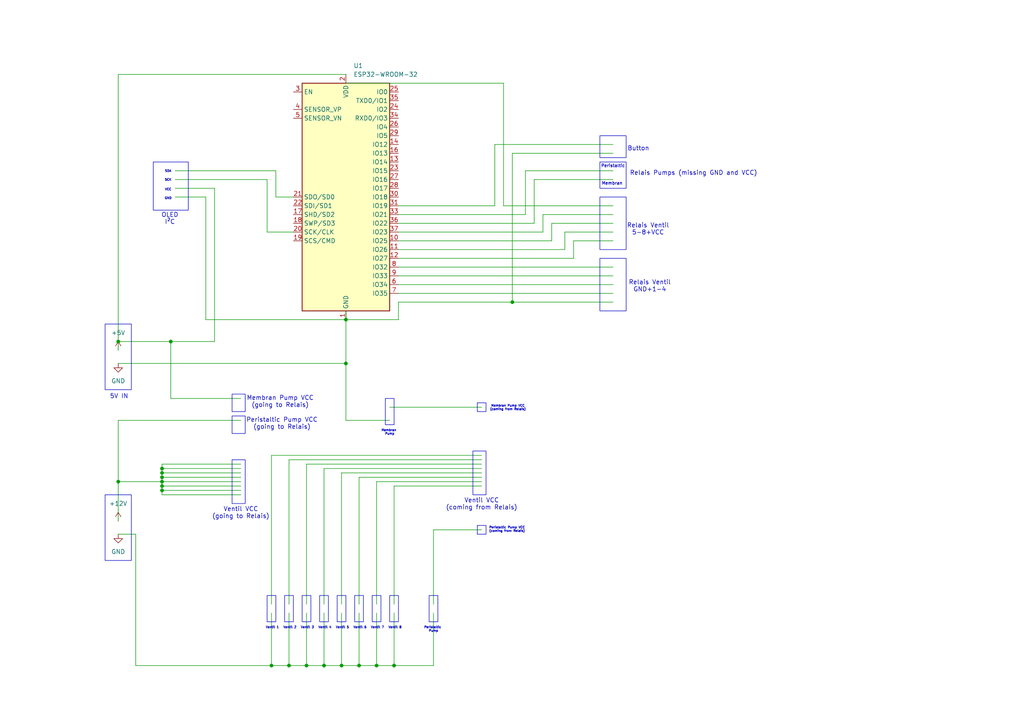
<source format=kicad_sch>
(kicad_sch (version 20231120) (generator "eeschema") (generator_version "8.0")
  (paper "A4")
  (lib_symbols
    (symbol "RF_Module:ESP32-WROOM-32"
      (property "Reference" "U" (at -12.7 34.29 0))
      (property "Value" "ESP32-WROOM-32" (at 1.27 34.29 0))
      (symbol "ESP32-WROOM-32_0_1"
        (rectangle (start -12.7 33.02) (end 12.7 -33.02) (stroke (width 0.254)) (fill (type background)))
      )
      (symbol "ESP32-WROOM-32_1_1"
        (pin power_in line (at 0 -35.56 90) (length 2.54) (name "GND") (number "1"))
        (pin bidirectional line (at 15.24 -12.7 180) (length 2.54) (name "IO25") (number "10"))
        (pin bidirectional line (at 15.24 -15.24 180) (length 2.54) (name "IO26") (number "11"))
        (pin bidirectional line (at 15.24 -17.78 180) (length 2.54) (name "IO27") (number "12"))
        (pin bidirectional line (at 15.24 10.16 180) (length 2.54) (name "IO14") (number "13"))
        (pin bidirectional line (at 15.24 15.24 180) (length 2.54) (name "IO12") (number "14"))
        (pin passive line (at 0 -35.56 90) (length 2.54) hide (name "GND") (number "15"))
        (pin bidirectional line (at 15.24 12.7 180) (length 2.54) (name "IO13") (number "16"))
        (pin bidirectional line (at -15.24 -5.08 0) (length 2.54) (name "SHD/SD2") (number "17"))
        (pin bidirectional line (at -15.24 -7.62 0) (length 2.54) (name "SWP/SD3") (number "18"))
        (pin bidirectional line (at -15.24 -12.7 0) (length 2.54) (name "SCS/CMD") (number "19"))
        (pin power_in line (at 0 35.56 270) (length 2.54) (name "VDD") (number "2"))
        (pin bidirectional line (at -15.24 -10.16 0) (length 2.54) (name "SCK/CLK") (number "20"))
        (pin bidirectional line (at -15.24 0 0) (length 2.54) (name "SDO/SD0") (number "21"))
        (pin bidirectional line (at -15.24 -2.54 0) (length 2.54) (name "SDI/SD1") (number "22"))
        (pin bidirectional line (at 15.24 7.62 180) (length 2.54) (name "IO15") (number "23"))
        (pin bidirectional line (at 15.24 25.4 180) (length 2.54) (name "IO2") (number "24"))
        (pin bidirectional line (at 15.24 30.48 180) (length 2.54) (name "IO0") (number "25"))
        (pin bidirectional line (at 15.24 20.32 180) (length 2.54) (name "IO4") (number "26"))
        (pin bidirectional line (at 15.24 5.08 180) (length 2.54) (name "IO16") (number "27"))
        (pin bidirectional line (at 15.24 2.54 180) (length 2.54) (name "IO17") (number "28"))
        (pin bidirectional line (at 15.24 17.78 180) (length 2.54) (name "IO5") (number "29"))
        (pin input line (at -15.24 30.48 0) (length 2.54) (name "EN") (number "3"))
        (pin bidirectional line (at 15.24 0 180) (length 2.54) (name "IO18") (number "30"))
        (pin bidirectional line (at 15.24 -2.54 180) (length 2.54) (name "IO19") (number "31"))
        (pin no_connect line (at -12.7 -27.94 0) (length 2.54) hide (name "NC") (number "32"))
        (pin bidirectional line (at 15.24 -5.08 180) (length 2.54) (name "IO21") (number "33"))
        (pin bidirectional line (at 15.24 22.86 180) (length 2.54) (name "RXD0/IO3") (number "34"))
        (pin bidirectional line (at 15.24 27.94 180) (length 2.54) (name "TXD0/IO1") (number "35"))
        (pin bidirectional line (at 15.24 -7.62 180) (length 2.54) (name "IO22") (number "36"))
        (pin bidirectional line (at 15.24 -10.16 180) (length 2.54) (name "IO23") (number "37"))
        (pin passive line (at 0 -35.56 90) (length 2.54) hide (name "GND") (number "38"))
        (pin passive line (at 0 -35.56 90) (length 2.54) hide (name "GND") (number "39"))
        (pin input line (at -15.24 25.4 0) (length 2.54) (name "SENSOR_VP") (number "4"))
        (pin input line (at -15.24 22.86 0) (length 2.54) (name "SENSOR_VN") (number "5"))
        (pin input line (at 15.24 -25.4 180) (length 2.54) (name "IO34") (number "6"))
        (pin input line (at 15.24 -27.94 180) (length 2.54) (name "IO35") (number "7"))
        (pin bidirectional line (at 15.24 -20.32 180) (length 2.54) (name "IO32") (number "8"))
        (pin bidirectional line (at 15.24 -22.86 180) (length 2.54) (name "IO33") (number "9"))
      )
    )
    (symbol "power:+12V" (power) (pin_numbers hide) (pin_names (offset 0) hide)
      (property "Value" "+12V" (at 0 3.556 0))
      (symbol "+12V_0_1"
        (polyline (pts (xy -0.762 1.27) (xy 0 2.54)))
        (polyline (pts (xy 0 0) (xy 0 2.54)))
        (polyline (pts (xy 0 2.54) (xy 0.762 1.27)))
      )
      (symbol "+12V_1_1"
        (pin power_in line (at 0 0 90) (length 0) (name "~") (number "1"))
      )
    )
    (symbol "power:+5V" (power) (pin_numbers hide) (pin_names (offset 0) hide)
      (property "Value" "+5V" (at 0 3.556 0))
      (symbol "+5V_0_1"
        (polyline (pts (xy -0.762 1.27) (xy 0 2.54)))
        (polyline (pts (xy 0 0) (xy 0 2.54)))
        (polyline (pts (xy 0 2.54) (xy 0.762 1.27)))
      )
      (symbol "+5V_1_1"
        (pin power_in line (at 0 0 90) (length 0) (name "~") (number "1"))
      )
    )
    (symbol "power:GND" (power) (pin_numbers hide) (pin_names (offset 0) hide)
      (property "Value" "GND" (at 0 -3.81 0))
      (symbol "GND_0_1"
        (polyline (pts (xy 0 0) (xy 0 -1.27) (xy 1.27 -1.27) (xy 0 -2.54) (xy -1.27 -1.27) (xy 0 -1.27)))
      )
      (symbol "GND_1_1"
        (pin power_in line (at 0 0 270) (length 0) (name "~") (number "1"))
      )
    )
  )
  (junction (at 93.98 193.04))
  (junction (at 46.99 138.43))
  (junction (at 83.82 193.04))
  (junction (at 78.74 193.04))
  (junction (at 104.14 193.04))
  (junction (at 114.3 193.04))
  (junction (at 100.33 92.71))
  (junction (at 46.99 139.7))
  (junction (at 99.06 193.04))
  (junction (at 34.29 139.7))
  (junction (at 49.53 99.06))
  (junction (at 46.99 140.97))
  (junction (at 46.99 135.89))
  (junction (at 109.22 193.04))
  (junction (at 88.9 193.04))
  (junction (at 148.59 87.63))
  (junction (at 34.29 99.06))
  (junction (at 46.99 137.16))
  (junction (at 46.99 142.24))
  (junction (at 100.33 105.41))
  (wire (pts (xy 46.99 142.24) (xy 69.85 142.24)))
  (wire (pts (xy 80.01 49.53) (xy 80.01 57.15)))
  (wire (pts (xy 99.06 137.16) (xy 139.7 137.16)))
  (wire (pts (xy 146.05 24.13) (xy 146.05 59.69)))
  (wire (pts (xy 50.8 54.61) (xy 62.23 54.61)))
  (wire (pts (xy 93.98 193.04) (xy 99.06 193.04)))
  (wire (pts (xy 39.37 193.04) (xy 78.74 193.04)))
  (wire (pts (xy 100.33 24.13) (xy 146.05 24.13)))
  (wire (pts (xy 115.57 87.63) (xy 148.59 87.63)))
  (wire (pts (xy 163.83 67.31) (xy 177.8 67.31)))
  (wire (pts (xy 157.48 62.23) (xy 177.8 62.23)))
  (wire (pts (xy 125.73 177.8) (xy 125.73 193.04)))
  (wire (pts (xy 160.02 69.85) (xy 160.02 64.77)))
  (wire (pts (xy 148.59 87.63) (xy 148.59 44.45)))
  (wire (pts (xy 114.3 140.97) (xy 114.3 175.26)))
  (wire (pts (xy 80.01 57.15) (xy 85.09 57.15)))
  (wire (pts (xy 154.94 52.07) (xy 177.8 52.07)))
  (wire (pts (xy 115.57 62.23) (xy 152.4 62.23)))
  (wire (pts (xy 93.98 177.8) (xy 93.98 193.04)))
  (wire (pts (xy 46.99 143.51) (xy 69.85 143.51)))
  (wire (pts (xy 62.23 54.61) (xy 62.23 99.06)))
  (wire (pts (xy 100.33 92.71) (xy 115.57 92.71)))
  (wire (pts (xy 83.82 177.8) (xy 83.82 193.04)))
  (wire (pts (xy 146.05 59.69) (xy 177.8 59.69)))
  (wire (pts (xy 34.29 139.7) (xy 34.29 121.92)))
  (wire (pts (xy 49.53 99.06) (xy 49.53 115.57)))
  (wire (pts (xy 152.4 49.53) (xy 177.8 49.53)))
  (wire (pts (xy 88.9 177.8) (xy 88.9 193.04)))
  (wire (pts (xy 115.57 92.71) (xy 115.57 87.63)))
  (wire (pts (xy 104.14 138.43) (xy 139.7 138.43)))
  (wire (pts (xy 34.29 99.06) (xy 49.53 99.06)))
  (wire (pts (xy 154.94 64.77) (xy 154.94 52.07)))
  (wire (pts (xy 100.33 105.41) (xy 100.33 121.92)))
  (wire (pts (xy 49.53 115.57) (xy 69.85 115.57)))
  (wire (pts (xy 46.99 140.97) (xy 69.85 140.97)))
  (wire (pts (xy 46.99 137.16) (xy 46.99 138.43)))
  (wire (pts (xy 46.99 137.16) (xy 69.85 137.16)))
  (wire (pts (xy 34.29 139.7) (xy 46.99 139.7)))
  (wire (pts (xy 46.99 139.7) (xy 69.85 139.7)))
  (wire (pts (xy 78.74 177.8) (xy 78.74 193.04)))
  (wire (pts (xy 109.22 193.04) (xy 114.3 193.04)))
  (wire (pts (xy 46.99 142.24) (xy 46.99 143.51)))
  (wire (pts (xy 114.3 140.97) (xy 139.7 140.97)))
  (wire (pts (xy 39.37 154.94) (xy 39.37 193.04)))
  (wire (pts (xy 34.29 99.06) (xy 34.29 101.6)))
  (wire (pts (xy 115.57 69.85) (xy 160.02 69.85)))
  (wire (pts (xy 99.06 137.16) (xy 99.06 175.26)))
  (wire (pts (xy 62.23 99.06) (xy 49.53 99.06)))
  (wire (pts (xy 46.99 135.89) (xy 69.85 135.89)))
  (wire (pts (xy 125.73 193.04) (xy 114.3 193.04)))
  (wire (pts (xy 88.9 134.62) (xy 139.7 134.62)))
  (wire (pts (xy 114.3 177.8) (xy 114.3 193.04)))
  (wire (pts (xy 100.33 92.71) (xy 100.33 105.41)))
  (wire (pts (xy 34.29 21.59) (xy 34.29 99.06)))
  (wire (pts (xy 104.14 193.04) (xy 109.22 193.04)))
  (wire (pts (xy 143.51 41.91) (xy 177.8 41.91)))
  (wire (pts (xy 78.74 132.08) (xy 78.74 175.26)))
  (wire (pts (xy 115.57 74.93) (xy 166.37 74.93)))
  (wire (pts (xy 99.06 193.04) (xy 104.14 193.04)))
  (wire (pts (xy 34.29 121.92) (xy 69.85 121.92)))
  (wire (pts (xy 50.8 49.53) (xy 80.01 49.53)))
  (wire (pts (xy 115.57 82.55) (xy 177.8 82.55)))
  (wire (pts (xy 166.37 74.93) (xy 166.37 69.85)))
  (wire (pts (xy 77.47 67.31) (xy 85.09 67.31)))
  (wire (pts (xy 148.59 44.45) (xy 177.8 44.45)))
  (wire (pts (xy 99.06 177.8) (xy 99.06 193.04)))
  (wire (pts (xy 50.8 52.07) (xy 77.47 52.07)))
  (wire (pts (xy 115.57 59.69) (xy 143.51 59.69)))
  (wire (pts (xy 88.9 134.62) (xy 88.9 175.26)))
  (wire (pts (xy 104.14 138.43) (xy 104.14 175.26)))
  (wire (pts (xy 83.82 193.04) (xy 88.9 193.04)))
  (wire (pts (xy 34.29 151.13) (xy 34.29 139.7)))
  (wire (pts (xy 115.57 85.09) (xy 177.8 85.09)))
  (wire (pts (xy 115.57 72.39) (xy 163.83 72.39)))
  (wire (pts (xy 163.83 72.39) (xy 163.83 67.31)))
  (wire (pts (xy 93.98 135.89) (xy 139.7 135.89)))
  (wire (pts (xy 46.99 140.97) (xy 46.99 142.24)))
  (wire (pts (xy 109.22 139.7) (xy 109.22 175.26)))
  (wire (pts (xy 125.73 153.67) (xy 125.73 175.26)))
  (wire (pts (xy 148.59 87.63) (xy 177.8 87.63)))
  (wire (pts (xy 46.99 135.89) (xy 46.99 137.16)))
  (wire (pts (xy 139.7 153.67) (xy 125.73 153.67)))
  (wire (pts (xy 100.33 121.92) (xy 113.03 121.92)))
  (wire (pts (xy 166.37 69.85) (xy 177.8 69.85)))
  (wire (pts (xy 59.69 92.71) (xy 100.33 92.71)))
  (wire (pts (xy 78.74 193.04) (xy 83.82 193.04)))
  (wire (pts (xy 46.99 139.7) (xy 46.99 140.97)))
  (wire (pts (xy 115.57 77.47) (xy 177.8 77.47)))
  (wire (pts (xy 88.9 193.04) (xy 93.98 193.04)))
  (wire (pts (xy 104.14 177.8) (xy 104.14 193.04)))
  (wire (pts (xy 160.02 64.77) (xy 177.8 64.77)))
  (wire (pts (xy 78.74 132.08) (xy 139.7 132.08)))
  (wire (pts (xy 46.99 138.43) (xy 46.99 139.7)))
  (wire (pts (xy 50.8 57.15) (xy 59.69 57.15)))
  (wire (pts (xy 77.47 52.07) (xy 77.47 67.31)))
  (wire (pts (xy 109.22 139.7) (xy 139.7 139.7)))
  (wire (pts (xy 46.99 138.43) (xy 69.85 138.43)))
  (wire (pts (xy 115.57 64.77) (xy 154.94 64.77)))
  (wire (pts (xy 139.7 118.11) (xy 113.03 118.11)))
  (wire (pts (xy 93.98 135.89) (xy 93.98 175.26)))
  (wire (pts (xy 46.99 134.62) (xy 69.85 134.62)))
  (wire (pts (xy 157.48 67.31) (xy 157.48 62.23)))
  (wire (pts (xy 100.33 90.17) (xy 100.33 92.71)))
  (wire (pts (xy 34.29 21.59) (xy 100.33 21.59)))
  (wire (pts (xy 46.99 134.62) (xy 46.99 135.89)))
  (wire (pts (xy 83.82 133.35) (xy 139.7 133.35)))
  (wire (pts (xy 115.57 80.01) (xy 177.8 80.01)))
  (wire (pts (xy 143.51 59.69) (xy 143.51 41.91)))
  (wire (pts (xy 152.4 62.23) (xy 152.4 49.53)))
  (wire (pts (xy 59.69 57.15) (xy 59.69 92.71)))
  (wire (pts (xy 34.29 105.41) (xy 100.33 105.41)))
  (wire (pts (xy 109.22 177.8) (xy 109.22 193.04)))
  (wire (pts (xy 115.57 67.31) (xy 157.48 67.31)))
  (wire (pts (xy 34.29 154.94) (xy 39.37 154.94)))
  (wire (pts (xy 83.82 133.35) (xy 83.82 175.26)))
  (rectangle (start 30.48 143.51) (end 38.1 162.56))
  (rectangle (start 111.76 115.57) (end 114.3 123.19))
  (rectangle (start 102.87 172.72) (end 105.41 180.34))
  (rectangle (start 82.55 172.72) (end 85.09 180.34))
  (rectangle (start 138.43 116.84) (end 140.97 119.38))
  (rectangle (start 87.63 172.72) (end 90.17 180.34))
  (rectangle (start 173.99 57.15) (end 181.61 72.39))
  (rectangle (start 67.31 133.35) (end 71.12 146.05))
  (rectangle (start 173.99 74.93) (end 181.61 90.17))
  (rectangle (start 138.43 152.4) (end 140.97 154.94))
  (rectangle (start 113.03 172.72) (end 115.57 180.34))
  (rectangle (start 124.46 172.72) (end 127 180.34))
  (rectangle (start 107.95 172.72) (end 110.49 180.34))
  (rectangle (start 77.47 172.72) (end 80.01 180.34))
  (rectangle (start 97.79 172.72) (end 100.33 180.34))
  (rectangle (start 67.31 120.65) (end 71.12 125.73))
  (rectangle (start 92.71 172.72) (end 95.25 180.34))
  (rectangle (start 173.99 39.37) (end 181.61 45.72))
  (rectangle (start 44.45 46.99) (end 54.61 60.96))
  (rectangle (start 137.16 130.81) (end 140.97 143.51))
  (rectangle (start 30.48 93.98) (end 38.1 113.03))
  (rectangle (start 67.31 114.3) (end 71.12 119.38))
  (rectangle (start 173.99 46.99) (end 181.61 54.61))
  (text "Membran" (at 177.546 53.34 0) (effects (font (size 0.889 0.889))))
  (text "Peristaltic Pump VCC\n(coming from Relais)" (at 147.066 153.67 0) (effects (font (size 0.635 0.635))))
  (text "Ventil VCC\n(coming from Relais)" (at 139.7 146.304 0) (effects (font (size 1.27 1.27))))
  (text "Membran \nPump" (at 113.03 125.476 0) (effects (font (size 0.635 0.635))))
  (text "Ventil 1" (at 78.994 182.118 0) (effects (font (size 0.635 0.635))))
  (text "Peristaltic \nPump" (at 125.73 182.626 0) (effects (font (size 0.635 0.635))))
  (text "VCC" (at 48.768 55.118 0) (effects (font (size 0.635 0.635))))
  (text "Ventil 3" (at 89.154 182.118 0) (effects (font (size 0.635 0.635))))
  (text "GND" (at 48.768 57.658 0) (effects (font (size 0.635 0.635))))
  (text "Membran Pump VCC\n(coming from Relais)" (at 147.32 118.364 0) (effects (font (size 0.635 0.635))))
  (text "Peristaltic Pump VCC\n(going to Relais)" (at 81.788 122.936 0) (effects (font (size 1.27 1.27))))
  (text "Ventil 2" (at 84.074 182.118 0) (effects (font (size 0.635 0.635))))
  (text "Ventil VCC\n(going to Relais)" (at 69.85 148.844 0) (effects (font (size 1.27 1.27))))
  (text "Relais Pumps (missing GND and VCC)\n" (at 201.168 50.292 0) (effects (font (size 1.27 1.27))))
  (text "Ventil 4" (at 94.234 182.118 0) (effects (font (size 0.635 0.635))))
  (text "Peristaltic" (at 177.8 48.26 0) (effects (font (size 0.889 0.889))))
  (text "Ventil 5" (at 99.314 182.118 0) (effects (font (size 0.635 0.635))))
  (text "Relais Ventil\nGND+1-4" (at 188.468 83.058 0) (effects (font (size 1.27 1.27))))
  (text "OLED\nI²C\n" (at 49.276 63.5 0) (effects (font (size 1.27 1.27))))
  (text "Button" (at 185.166 43.18 0) (effects (font (size 1.27 1.27))))
  (text "5V IN" (at 34.544 115.062 0) (effects (font (size 1.27 1.27))))
  (text "Membran Pump VCC\n(going to Relais)" (at 81.28 116.586 0) (effects (font (size 1.27 1.27))))
  (text "Ventil 8" (at 114.554 182.118 0) (effects (font (size 0.635 0.635))))
  (text "SDA" (at 48.768 49.784 0) (effects (font (size 0.635 0.635))))
  (text "Relais Ventil\n5-8+VCC" (at 187.96 66.548 0) (effects (font (size 1.27 1.27))))
  (text "Ventil 6" (at 104.394 182.118 0) (effects (font (size 0.635 0.635))))
  (text "Ventil 7" (at 109.474 182.118 0) (effects (font (size 0.635 0.635))))
  (text "SCK" (at 48.768 52.324 0) (effects (font (size 0.635 0.635))))
  (symbol (lib_id "power:GND") (at 34.29 105.41 0) (unit 1)
    (property "Reference" "#PWR02" (effects (hide yes)))
    (property "Value" "GND" (at 34.29 110.49 0))
    (property "Description" "Power symbol creates a global label with name \"GND\" , ground" (effects (hide yes)))
  )
  (symbol (lib_id "power:GND") (at 34.29 154.94 0) (unit 1)
    (property "Reference" "#PWR04" (effects (hide yes)))
    (property "Value" "GND" (at 34.29 160.02 0))
    (property "Description" "Power symbol creates a global label with name \"GND\" , ground" (effects (hide yes)))
  )
  (symbol (lib_id "power:+5V") (at 34.29 101.6 0) (unit 1)
    (property "Reference" "#PWR03" (effects (hide yes)))
    (property "Value" "+5V" (at 34.29 96.52 0))
    (property "Description" "Power symbol creates a global label with name \"+5V\"" (effects (hide yes)))
  )
  (symbol (lib_id "RF_Module:ESP32-WROOM-32") (at 100.33 57.15 0) (unit 1)
    (property "Reference" "U1" (at 102.5241 19.05 0) (effects (justify left)))
    (property "Value" "ESP32-WROOM-32" (at 102.5241 21.59 0) (effects (justify left)))
    (property "Footprint" "RF_Module:ESP32-WROOM-32" (effects (hide yes)))
    (property "Datasheet" "https://www.espressif.com/sites/default/files/documentation/esp32-wroom-32_datasheet_en.pdf" (effects (hide yes)))
    (property "Description" "RF Module, ESP32-D0WDQ6 SoC, Wi-Fi 802.11b/g/n, Bluetooth, BLE, 32-bit, 2.7-3.6V, onboard antenna, SMD" (effects (hide yes)))
  )
  (symbol (lib_id "power:+12V") (at 34.29 151.13 0) (unit 1)
    (property "Reference" "#PWR01" (effects (hide yes)))
    (property "Value" "+12V" (at 34.29 146.05 0))
    (property "Description" "Power symbol creates a global label with name \"+12V\"" (effects (hide yes)))
  )
)
</source>
